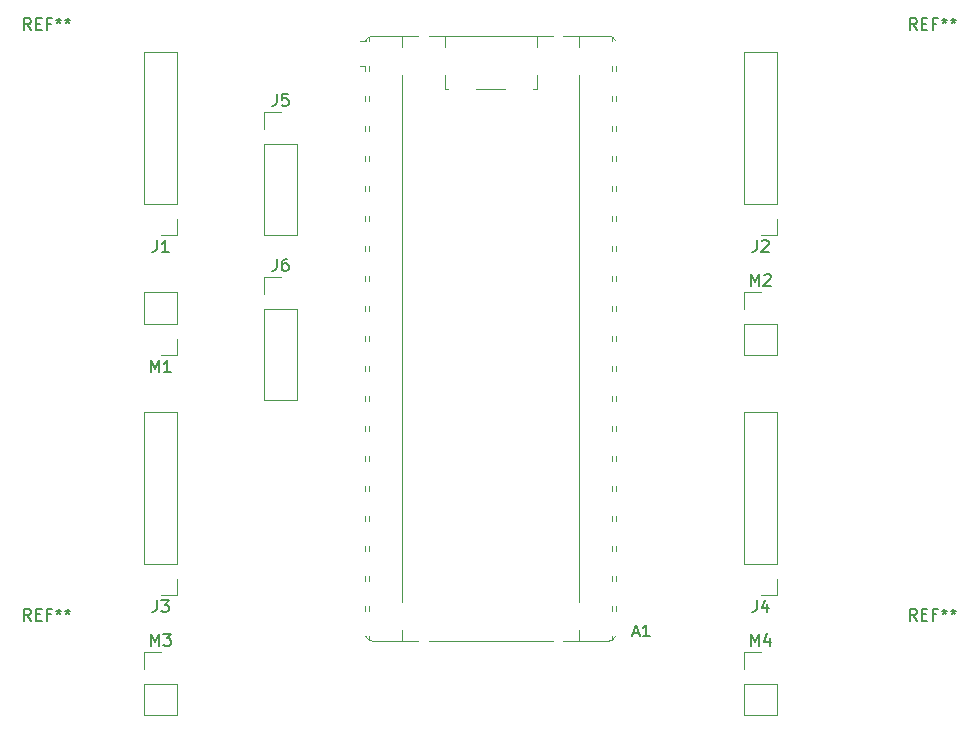
<source format=gbr>
%TF.GenerationSoftware,KiCad,Pcbnew,9.0.2*%
%TF.CreationDate,2025-07-04T09:03:12+10:00*%
%TF.ProjectId,motor-controller-pcb,6d6f746f-722d-4636-9f6e-74726f6c6c65,rev?*%
%TF.SameCoordinates,Original*%
%TF.FileFunction,Legend,Top*%
%TF.FilePolarity,Positive*%
%FSLAX46Y46*%
G04 Gerber Fmt 4.6, Leading zero omitted, Abs format (unit mm)*
G04 Created by KiCad (PCBNEW 9.0.2) date 2025-07-04 09:03:12*
%MOMM*%
%LPD*%
G01*
G04 APERTURE LIST*
%ADD10C,0.150000*%
%ADD11C,0.120000*%
G04 APERTURE END LIST*
D10*
X113666666Y-106304819D02*
X113333333Y-105828628D01*
X113095238Y-106304819D02*
X113095238Y-105304819D01*
X113095238Y-105304819D02*
X113476190Y-105304819D01*
X113476190Y-105304819D02*
X113571428Y-105352438D01*
X113571428Y-105352438D02*
X113619047Y-105400057D01*
X113619047Y-105400057D02*
X113666666Y-105495295D01*
X113666666Y-105495295D02*
X113666666Y-105638152D01*
X113666666Y-105638152D02*
X113619047Y-105733390D01*
X113619047Y-105733390D02*
X113571428Y-105781009D01*
X113571428Y-105781009D02*
X113476190Y-105828628D01*
X113476190Y-105828628D02*
X113095238Y-105828628D01*
X114095238Y-105781009D02*
X114428571Y-105781009D01*
X114571428Y-106304819D02*
X114095238Y-106304819D01*
X114095238Y-106304819D02*
X114095238Y-105304819D01*
X114095238Y-105304819D02*
X114571428Y-105304819D01*
X115333333Y-105781009D02*
X115000000Y-105781009D01*
X115000000Y-106304819D02*
X115000000Y-105304819D01*
X115000000Y-105304819D02*
X115476190Y-105304819D01*
X116000000Y-105304819D02*
X116000000Y-105542914D01*
X115761905Y-105447676D02*
X116000000Y-105542914D01*
X116000000Y-105542914D02*
X116238095Y-105447676D01*
X115857143Y-105733390D02*
X116000000Y-105542914D01*
X116000000Y-105542914D02*
X116142857Y-105733390D01*
X116761905Y-105304819D02*
X116761905Y-105542914D01*
X116523810Y-105447676D02*
X116761905Y-105542914D01*
X116761905Y-105542914D02*
X117000000Y-105447676D01*
X116619048Y-105733390D02*
X116761905Y-105542914D01*
X116761905Y-105542914D02*
X116904762Y-105733390D01*
X188666666Y-106304819D02*
X188333333Y-105828628D01*
X188095238Y-106304819D02*
X188095238Y-105304819D01*
X188095238Y-105304819D02*
X188476190Y-105304819D01*
X188476190Y-105304819D02*
X188571428Y-105352438D01*
X188571428Y-105352438D02*
X188619047Y-105400057D01*
X188619047Y-105400057D02*
X188666666Y-105495295D01*
X188666666Y-105495295D02*
X188666666Y-105638152D01*
X188666666Y-105638152D02*
X188619047Y-105733390D01*
X188619047Y-105733390D02*
X188571428Y-105781009D01*
X188571428Y-105781009D02*
X188476190Y-105828628D01*
X188476190Y-105828628D02*
X188095238Y-105828628D01*
X189095238Y-105781009D02*
X189428571Y-105781009D01*
X189571428Y-106304819D02*
X189095238Y-106304819D01*
X189095238Y-106304819D02*
X189095238Y-105304819D01*
X189095238Y-105304819D02*
X189571428Y-105304819D01*
X190333333Y-105781009D02*
X190000000Y-105781009D01*
X190000000Y-106304819D02*
X190000000Y-105304819D01*
X190000000Y-105304819D02*
X190476190Y-105304819D01*
X191000000Y-105304819D02*
X191000000Y-105542914D01*
X190761905Y-105447676D02*
X191000000Y-105542914D01*
X191000000Y-105542914D02*
X191238095Y-105447676D01*
X190857143Y-105733390D02*
X191000000Y-105542914D01*
X191000000Y-105542914D02*
X191142857Y-105733390D01*
X191761905Y-105304819D02*
X191761905Y-105542914D01*
X191523810Y-105447676D02*
X191761905Y-105542914D01*
X191761905Y-105542914D02*
X192000000Y-105447676D01*
X191619048Y-105733390D02*
X191761905Y-105542914D01*
X191761905Y-105542914D02*
X191904762Y-105733390D01*
X188666666Y-56304819D02*
X188333333Y-55828628D01*
X188095238Y-56304819D02*
X188095238Y-55304819D01*
X188095238Y-55304819D02*
X188476190Y-55304819D01*
X188476190Y-55304819D02*
X188571428Y-55352438D01*
X188571428Y-55352438D02*
X188619047Y-55400057D01*
X188619047Y-55400057D02*
X188666666Y-55495295D01*
X188666666Y-55495295D02*
X188666666Y-55638152D01*
X188666666Y-55638152D02*
X188619047Y-55733390D01*
X188619047Y-55733390D02*
X188571428Y-55781009D01*
X188571428Y-55781009D02*
X188476190Y-55828628D01*
X188476190Y-55828628D02*
X188095238Y-55828628D01*
X189095238Y-55781009D02*
X189428571Y-55781009D01*
X189571428Y-56304819D02*
X189095238Y-56304819D01*
X189095238Y-56304819D02*
X189095238Y-55304819D01*
X189095238Y-55304819D02*
X189571428Y-55304819D01*
X190333333Y-55781009D02*
X190000000Y-55781009D01*
X190000000Y-56304819D02*
X190000000Y-55304819D01*
X190000000Y-55304819D02*
X190476190Y-55304819D01*
X191000000Y-55304819D02*
X191000000Y-55542914D01*
X190761905Y-55447676D02*
X191000000Y-55542914D01*
X191000000Y-55542914D02*
X191238095Y-55447676D01*
X190857143Y-55733390D02*
X191000000Y-55542914D01*
X191000000Y-55542914D02*
X191142857Y-55733390D01*
X191761905Y-55304819D02*
X191761905Y-55542914D01*
X191523810Y-55447676D02*
X191761905Y-55542914D01*
X191761905Y-55542914D02*
X192000000Y-55447676D01*
X191619048Y-55733390D02*
X191761905Y-55542914D01*
X191761905Y-55542914D02*
X191904762Y-55733390D01*
X113666666Y-56304819D02*
X113333333Y-55828628D01*
X113095238Y-56304819D02*
X113095238Y-55304819D01*
X113095238Y-55304819D02*
X113476190Y-55304819D01*
X113476190Y-55304819D02*
X113571428Y-55352438D01*
X113571428Y-55352438D02*
X113619047Y-55400057D01*
X113619047Y-55400057D02*
X113666666Y-55495295D01*
X113666666Y-55495295D02*
X113666666Y-55638152D01*
X113666666Y-55638152D02*
X113619047Y-55733390D01*
X113619047Y-55733390D02*
X113571428Y-55781009D01*
X113571428Y-55781009D02*
X113476190Y-55828628D01*
X113476190Y-55828628D02*
X113095238Y-55828628D01*
X114095238Y-55781009D02*
X114428571Y-55781009D01*
X114571428Y-56304819D02*
X114095238Y-56304819D01*
X114095238Y-56304819D02*
X114095238Y-55304819D01*
X114095238Y-55304819D02*
X114571428Y-55304819D01*
X115333333Y-55781009D02*
X115000000Y-55781009D01*
X115000000Y-56304819D02*
X115000000Y-55304819D01*
X115000000Y-55304819D02*
X115476190Y-55304819D01*
X116000000Y-55304819D02*
X116000000Y-55542914D01*
X115761905Y-55447676D02*
X116000000Y-55542914D01*
X116000000Y-55542914D02*
X116238095Y-55447676D01*
X115857143Y-55733390D02*
X116000000Y-55542914D01*
X116000000Y-55542914D02*
X116142857Y-55733390D01*
X116761905Y-55304819D02*
X116761905Y-55542914D01*
X116523810Y-55447676D02*
X116761905Y-55542914D01*
X116761905Y-55542914D02*
X117000000Y-55447676D01*
X116619048Y-55733390D02*
X116761905Y-55542914D01*
X116761905Y-55542914D02*
X116904762Y-55733390D01*
X174635476Y-108434819D02*
X174635476Y-107434819D01*
X174635476Y-107434819D02*
X174968809Y-108149104D01*
X174968809Y-108149104D02*
X175302142Y-107434819D01*
X175302142Y-107434819D02*
X175302142Y-108434819D01*
X176206904Y-107768152D02*
X176206904Y-108434819D01*
X175968809Y-107387200D02*
X175730714Y-108101485D01*
X175730714Y-108101485D02*
X176349761Y-108101485D01*
X123835476Y-108434819D02*
X123835476Y-107434819D01*
X123835476Y-107434819D02*
X124168809Y-108149104D01*
X124168809Y-108149104D02*
X124502142Y-107434819D01*
X124502142Y-107434819D02*
X124502142Y-108434819D01*
X124883095Y-107434819D02*
X125502142Y-107434819D01*
X125502142Y-107434819D02*
X125168809Y-107815771D01*
X125168809Y-107815771D02*
X125311666Y-107815771D01*
X125311666Y-107815771D02*
X125406904Y-107863390D01*
X125406904Y-107863390D02*
X125454523Y-107911009D01*
X125454523Y-107911009D02*
X125502142Y-108006247D01*
X125502142Y-108006247D02*
X125502142Y-108244342D01*
X125502142Y-108244342D02*
X125454523Y-108339580D01*
X125454523Y-108339580D02*
X125406904Y-108387200D01*
X125406904Y-108387200D02*
X125311666Y-108434819D01*
X125311666Y-108434819D02*
X125025952Y-108434819D01*
X125025952Y-108434819D02*
X124930714Y-108387200D01*
X124930714Y-108387200D02*
X124883095Y-108339580D01*
X174635476Y-77954819D02*
X174635476Y-76954819D01*
X174635476Y-76954819D02*
X174968809Y-77669104D01*
X174968809Y-77669104D02*
X175302142Y-76954819D01*
X175302142Y-76954819D02*
X175302142Y-77954819D01*
X175730714Y-77050057D02*
X175778333Y-77002438D01*
X175778333Y-77002438D02*
X175873571Y-76954819D01*
X175873571Y-76954819D02*
X176111666Y-76954819D01*
X176111666Y-76954819D02*
X176206904Y-77002438D01*
X176206904Y-77002438D02*
X176254523Y-77050057D01*
X176254523Y-77050057D02*
X176302142Y-77145295D01*
X176302142Y-77145295D02*
X176302142Y-77240533D01*
X176302142Y-77240533D02*
X176254523Y-77383390D01*
X176254523Y-77383390D02*
X175683095Y-77954819D01*
X175683095Y-77954819D02*
X176302142Y-77954819D01*
X123835476Y-85254819D02*
X123835476Y-84254819D01*
X123835476Y-84254819D02*
X124168809Y-84969104D01*
X124168809Y-84969104D02*
X124502142Y-84254819D01*
X124502142Y-84254819D02*
X124502142Y-85254819D01*
X125502142Y-85254819D02*
X124930714Y-85254819D01*
X125216428Y-85254819D02*
X125216428Y-84254819D01*
X125216428Y-84254819D02*
X125121190Y-84397676D01*
X125121190Y-84397676D02*
X125025952Y-84492914D01*
X125025952Y-84492914D02*
X124930714Y-84540533D01*
X134471666Y-75684819D02*
X134471666Y-76399104D01*
X134471666Y-76399104D02*
X134424047Y-76541961D01*
X134424047Y-76541961D02*
X134328809Y-76637200D01*
X134328809Y-76637200D02*
X134185952Y-76684819D01*
X134185952Y-76684819D02*
X134090714Y-76684819D01*
X135376428Y-75684819D02*
X135185952Y-75684819D01*
X135185952Y-75684819D02*
X135090714Y-75732438D01*
X135090714Y-75732438D02*
X135043095Y-75780057D01*
X135043095Y-75780057D02*
X134947857Y-75922914D01*
X134947857Y-75922914D02*
X134900238Y-76113390D01*
X134900238Y-76113390D02*
X134900238Y-76494342D01*
X134900238Y-76494342D02*
X134947857Y-76589580D01*
X134947857Y-76589580D02*
X134995476Y-76637200D01*
X134995476Y-76637200D02*
X135090714Y-76684819D01*
X135090714Y-76684819D02*
X135281190Y-76684819D01*
X135281190Y-76684819D02*
X135376428Y-76637200D01*
X135376428Y-76637200D02*
X135424047Y-76589580D01*
X135424047Y-76589580D02*
X135471666Y-76494342D01*
X135471666Y-76494342D02*
X135471666Y-76256247D01*
X135471666Y-76256247D02*
X135424047Y-76161009D01*
X135424047Y-76161009D02*
X135376428Y-76113390D01*
X135376428Y-76113390D02*
X135281190Y-76065771D01*
X135281190Y-76065771D02*
X135090714Y-76065771D01*
X135090714Y-76065771D02*
X134995476Y-76113390D01*
X134995476Y-76113390D02*
X134947857Y-76161009D01*
X134947857Y-76161009D02*
X134900238Y-76256247D01*
X134471666Y-61714819D02*
X134471666Y-62429104D01*
X134471666Y-62429104D02*
X134424047Y-62571961D01*
X134424047Y-62571961D02*
X134328809Y-62667200D01*
X134328809Y-62667200D02*
X134185952Y-62714819D01*
X134185952Y-62714819D02*
X134090714Y-62714819D01*
X135424047Y-61714819D02*
X134947857Y-61714819D01*
X134947857Y-61714819D02*
X134900238Y-62191009D01*
X134900238Y-62191009D02*
X134947857Y-62143390D01*
X134947857Y-62143390D02*
X135043095Y-62095771D01*
X135043095Y-62095771D02*
X135281190Y-62095771D01*
X135281190Y-62095771D02*
X135376428Y-62143390D01*
X135376428Y-62143390D02*
X135424047Y-62191009D01*
X135424047Y-62191009D02*
X135471666Y-62286247D01*
X135471666Y-62286247D02*
X135471666Y-62524342D01*
X135471666Y-62524342D02*
X135424047Y-62619580D01*
X135424047Y-62619580D02*
X135376428Y-62667200D01*
X135376428Y-62667200D02*
X135281190Y-62714819D01*
X135281190Y-62714819D02*
X135043095Y-62714819D01*
X135043095Y-62714819D02*
X134947857Y-62667200D01*
X134947857Y-62667200D02*
X134900238Y-62619580D01*
X175111666Y-104574819D02*
X175111666Y-105289104D01*
X175111666Y-105289104D02*
X175064047Y-105431961D01*
X175064047Y-105431961D02*
X174968809Y-105527200D01*
X174968809Y-105527200D02*
X174825952Y-105574819D01*
X174825952Y-105574819D02*
X174730714Y-105574819D01*
X176016428Y-104908152D02*
X176016428Y-105574819D01*
X175778333Y-104527200D02*
X175540238Y-105241485D01*
X175540238Y-105241485D02*
X176159285Y-105241485D01*
X124311666Y-104574819D02*
X124311666Y-105289104D01*
X124311666Y-105289104D02*
X124264047Y-105431961D01*
X124264047Y-105431961D02*
X124168809Y-105527200D01*
X124168809Y-105527200D02*
X124025952Y-105574819D01*
X124025952Y-105574819D02*
X123930714Y-105574819D01*
X124692619Y-104574819D02*
X125311666Y-104574819D01*
X125311666Y-104574819D02*
X124978333Y-104955771D01*
X124978333Y-104955771D02*
X125121190Y-104955771D01*
X125121190Y-104955771D02*
X125216428Y-105003390D01*
X125216428Y-105003390D02*
X125264047Y-105051009D01*
X125264047Y-105051009D02*
X125311666Y-105146247D01*
X125311666Y-105146247D02*
X125311666Y-105384342D01*
X125311666Y-105384342D02*
X125264047Y-105479580D01*
X125264047Y-105479580D02*
X125216428Y-105527200D01*
X125216428Y-105527200D02*
X125121190Y-105574819D01*
X125121190Y-105574819D02*
X124835476Y-105574819D01*
X124835476Y-105574819D02*
X124740238Y-105527200D01*
X124740238Y-105527200D02*
X124692619Y-105479580D01*
X175111666Y-74094819D02*
X175111666Y-74809104D01*
X175111666Y-74809104D02*
X175064047Y-74951961D01*
X175064047Y-74951961D02*
X174968809Y-75047200D01*
X174968809Y-75047200D02*
X174825952Y-75094819D01*
X174825952Y-75094819D02*
X174730714Y-75094819D01*
X175540238Y-74190057D02*
X175587857Y-74142438D01*
X175587857Y-74142438D02*
X175683095Y-74094819D01*
X175683095Y-74094819D02*
X175921190Y-74094819D01*
X175921190Y-74094819D02*
X176016428Y-74142438D01*
X176016428Y-74142438D02*
X176064047Y-74190057D01*
X176064047Y-74190057D02*
X176111666Y-74285295D01*
X176111666Y-74285295D02*
X176111666Y-74380533D01*
X176111666Y-74380533D02*
X176064047Y-74523390D01*
X176064047Y-74523390D02*
X175492619Y-75094819D01*
X175492619Y-75094819D02*
X176111666Y-75094819D01*
X124311666Y-74094819D02*
X124311666Y-74809104D01*
X124311666Y-74809104D02*
X124264047Y-74951961D01*
X124264047Y-74951961D02*
X124168809Y-75047200D01*
X124168809Y-75047200D02*
X124025952Y-75094819D01*
X124025952Y-75094819D02*
X123930714Y-75094819D01*
X125311666Y-75094819D02*
X124740238Y-75094819D01*
X125025952Y-75094819D02*
X125025952Y-74094819D01*
X125025952Y-74094819D02*
X124930714Y-74237676D01*
X124930714Y-74237676D02*
X124835476Y-74332914D01*
X124835476Y-74332914D02*
X124740238Y-74380533D01*
X164621660Y-107354104D02*
X165097850Y-107354104D01*
X164526422Y-107639819D02*
X164859755Y-106639819D01*
X164859755Y-106639819D02*
X165193088Y-107639819D01*
X166050231Y-107639819D02*
X165478803Y-107639819D01*
X165764517Y-107639819D02*
X165764517Y-106639819D01*
X165764517Y-106639819D02*
X165669279Y-106782676D01*
X165669279Y-106782676D02*
X165574041Y-106877914D01*
X165574041Y-106877914D02*
X165478803Y-106925533D01*
D11*
%TO.C,M4*%
X176825000Y-111630000D02*
X176825000Y-114280000D01*
X174065000Y-114280000D02*
X176825000Y-114280000D01*
X174065000Y-111630000D02*
X176825000Y-111630000D01*
X174065000Y-111630000D02*
X174065000Y-114280000D01*
X174065000Y-110360000D02*
X174065000Y-108980000D01*
X174065000Y-108980000D02*
X175445000Y-108980000D01*
%TO.C,M3*%
X123265000Y-108980000D02*
X124645000Y-108980000D01*
X123265000Y-110360000D02*
X123265000Y-108980000D01*
X123265000Y-111630000D02*
X123265000Y-114280000D01*
X123265000Y-111630000D02*
X126025000Y-111630000D01*
X123265000Y-114280000D02*
X126025000Y-114280000D01*
X126025000Y-111630000D02*
X126025000Y-114280000D01*
%TO.C,M2*%
X174065000Y-78500000D02*
X175445000Y-78500000D01*
X174065000Y-79880000D02*
X174065000Y-78500000D01*
X174065000Y-81150000D02*
X174065000Y-83800000D01*
X174065000Y-81150000D02*
X176825000Y-81150000D01*
X174065000Y-83800000D02*
X176825000Y-83800000D01*
X176825000Y-81150000D02*
X176825000Y-83800000D01*
%TO.C,M1*%
X123265000Y-81150000D02*
X123265000Y-78500000D01*
X126025000Y-78500000D02*
X123265000Y-78500000D01*
X126025000Y-81150000D02*
X123265000Y-81150000D01*
X126025000Y-81150000D02*
X126025000Y-78500000D01*
X126025000Y-82420000D02*
X126025000Y-83800000D01*
X126025000Y-83800000D02*
X124645000Y-83800000D01*
%TO.C,J6*%
X133425000Y-77230000D02*
X134805000Y-77230000D01*
X133425000Y-78610000D02*
X133425000Y-77230000D01*
X133425000Y-79880000D02*
X133425000Y-87610000D01*
X133425000Y-79880000D02*
X136185000Y-79880000D01*
X133425000Y-87610000D02*
X136185000Y-87610000D01*
X136185000Y-79880000D02*
X136185000Y-87610000D01*
%TO.C,J5*%
X133425000Y-63260000D02*
X134805000Y-63260000D01*
X133425000Y-64640000D02*
X133425000Y-63260000D01*
X133425000Y-65910000D02*
X133425000Y-73640000D01*
X133425000Y-65910000D02*
X136185000Y-65910000D01*
X133425000Y-73640000D02*
X136185000Y-73640000D01*
X136185000Y-65910000D02*
X136185000Y-73640000D01*
%TO.C,J4*%
X176825000Y-104120000D02*
X175445000Y-104120000D01*
X176825000Y-102740000D02*
X176825000Y-104120000D01*
X176825000Y-101470000D02*
X176825000Y-88660000D01*
X176825000Y-101470000D02*
X174065000Y-101470000D01*
X176825000Y-88660000D02*
X174065000Y-88660000D01*
X174065000Y-101470000D02*
X174065000Y-88660000D01*
%TO.C,J3*%
X126025000Y-104120000D02*
X124645000Y-104120000D01*
X126025000Y-102740000D02*
X126025000Y-104120000D01*
X126025000Y-101470000D02*
X126025000Y-88660000D01*
X126025000Y-101470000D02*
X123265000Y-101470000D01*
X126025000Y-88660000D02*
X123265000Y-88660000D01*
X123265000Y-101470000D02*
X123265000Y-88660000D01*
%TO.C,J2*%
X176825000Y-73640000D02*
X175445000Y-73640000D01*
X176825000Y-72260000D02*
X176825000Y-73640000D01*
X176825000Y-70990000D02*
X176825000Y-58180000D01*
X176825000Y-70990000D02*
X174065000Y-70990000D01*
X176825000Y-58180000D02*
X174065000Y-58180000D01*
X174065000Y-70990000D02*
X174065000Y-58180000D01*
%TO.C,J1*%
X126025000Y-73640000D02*
X124645000Y-73640000D01*
X126025000Y-72260000D02*
X126025000Y-73640000D01*
X126025000Y-70990000D02*
X126025000Y-58180000D01*
X126025000Y-70990000D02*
X123265000Y-70990000D01*
X126025000Y-58180000D02*
X123265000Y-58180000D01*
X123265000Y-70990000D02*
X123265000Y-58180000D01*
%TO.C,A1*%
X141975000Y-59350000D02*
X141495000Y-59350000D01*
X141975000Y-59350000D02*
X141975000Y-59770000D01*
X141975000Y-61890000D02*
X141975000Y-62310000D01*
X141975000Y-64430000D02*
X141975000Y-64850000D01*
X141975000Y-66970000D02*
X141975000Y-67390000D01*
X141975000Y-69510000D02*
X141975000Y-69930000D01*
X141975000Y-72050000D02*
X141975000Y-72470000D01*
X141975000Y-74590000D02*
X141975000Y-75010000D01*
X141975000Y-77130000D02*
X141975000Y-77550000D01*
X141975000Y-79670000D02*
X141975000Y-80090000D01*
X141975000Y-82210000D02*
X141975000Y-82630000D01*
X141975000Y-84750000D02*
X141975000Y-85170000D01*
X141975000Y-87290000D02*
X141975000Y-87710000D01*
X141975000Y-89830000D02*
X141975000Y-90250000D01*
X141975000Y-92370000D02*
X141975000Y-92790000D01*
X141975000Y-94910000D02*
X141975000Y-95330000D01*
X141975000Y-97450000D02*
X141975000Y-97870000D01*
X141975000Y-99990000D02*
X141975000Y-100410000D01*
X141975000Y-102530000D02*
X141975000Y-102950000D01*
X141975000Y-105070000D02*
X141975000Y-105490000D01*
X142005324Y-57230000D02*
X141495000Y-57230000D01*
X142315000Y-57230063D02*
X142315000Y-56873000D01*
X142315000Y-59350000D02*
X142315000Y-59770000D01*
X142315000Y-61890000D02*
X142315000Y-62310000D01*
X142315000Y-64430000D02*
X142315000Y-64850000D01*
X142315000Y-66970000D02*
X142315000Y-67390000D01*
X142315000Y-69510000D02*
X142315000Y-69930000D01*
X142315000Y-72050000D02*
X142315000Y-72470000D01*
X142315000Y-74590000D02*
X142315000Y-75010000D01*
X142315000Y-77130000D02*
X142315000Y-77550000D01*
X142315000Y-79670000D02*
X142315000Y-80090000D01*
X142315000Y-82210000D02*
X142315000Y-82630000D01*
X142315000Y-84750000D02*
X142315000Y-85170000D01*
X142315000Y-87290000D02*
X142315000Y-87710000D01*
X142315000Y-89830000D02*
X142315000Y-90250000D01*
X142315000Y-92370000D02*
X142315000Y-92790000D01*
X142315000Y-94910000D02*
X142315000Y-95330000D01*
X142315000Y-97450000D02*
X142315000Y-97870000D01*
X142315000Y-99990000D02*
X142315000Y-100410000D01*
X142315000Y-102530000D02*
X142315000Y-102950000D01*
X142315000Y-105070000D02*
X142315000Y-105490000D01*
X142315000Y-107609937D02*
X142315000Y-107967000D01*
X142585000Y-56810000D02*
X145075000Y-56810000D01*
X142585000Y-108030000D02*
X146422939Y-108030000D01*
X145075000Y-56810000D02*
X145075000Y-57723520D01*
X145075000Y-56810000D02*
X146422940Y-56810000D01*
X145075000Y-60116480D02*
X145075000Y-104723520D01*
X145075000Y-107116480D02*
X145075000Y-108030000D01*
X147347061Y-56810000D02*
X148350000Y-56810000D01*
X148350000Y-56810000D02*
X156820000Y-56810000D01*
X148685000Y-56810000D02*
X148685000Y-57726000D01*
X148685000Y-60114000D02*
X148685000Y-61330000D01*
X148685000Y-61330000D02*
X148981090Y-61330000D01*
X148985000Y-108030000D02*
X147347061Y-108030000D01*
X151338910Y-61330000D02*
X153831090Y-61330000D01*
X156185000Y-108030000D02*
X148985000Y-108030000D01*
X156188910Y-61330000D02*
X156485000Y-61330000D01*
X156485000Y-56810000D02*
X156485000Y-57726000D01*
X156485000Y-60114000D02*
X156485000Y-61330000D01*
X156820000Y-56810000D02*
X157822939Y-56810000D01*
X157822939Y-108030000D02*
X156185000Y-108030000D01*
X158747061Y-56810000D02*
X160095000Y-56810000D01*
X158747061Y-108030000D02*
X162585000Y-108030000D01*
X160095000Y-56810000D02*
X160095000Y-57723520D01*
X160095000Y-60116480D02*
X160095000Y-104723520D01*
X160095000Y-107116480D02*
X160095000Y-108030000D01*
X162585000Y-56810000D02*
X160095000Y-56810000D01*
X162855000Y-57230063D02*
X162855000Y-56873000D01*
X162855000Y-59350000D02*
X162855000Y-59770000D01*
X162855000Y-61890000D02*
X162855000Y-62310000D01*
X162855000Y-64430000D02*
X162855000Y-64850000D01*
X162855000Y-66970000D02*
X162855000Y-67390000D01*
X162855000Y-69510000D02*
X162855000Y-69930000D01*
X162855000Y-72050000D02*
X162855000Y-72470000D01*
X162855000Y-74590000D02*
X162855000Y-75010000D01*
X162855000Y-77130000D02*
X162855000Y-77550000D01*
X162855000Y-79670000D02*
X162855000Y-80090000D01*
X162855000Y-82210000D02*
X162855000Y-82630000D01*
X162855000Y-84750000D02*
X162855000Y-85170000D01*
X162855000Y-87290000D02*
X162855000Y-87710000D01*
X162855000Y-89830000D02*
X162855000Y-90250000D01*
X162855000Y-92370000D02*
X162855000Y-92790000D01*
X162855000Y-94910000D02*
X162855000Y-95330000D01*
X162855000Y-97450000D02*
X162855000Y-97870000D01*
X162855000Y-99990000D02*
X162855000Y-100410000D01*
X162855000Y-102530000D02*
X162855000Y-102950000D01*
X162855000Y-105070000D02*
X162855000Y-105490000D01*
X162855000Y-107609937D02*
X162855000Y-107967000D01*
X163195000Y-59350000D02*
X163195000Y-59770000D01*
X163195000Y-61890000D02*
X163195000Y-62310000D01*
X163195000Y-64430000D02*
X163195000Y-64850000D01*
X163195000Y-66970000D02*
X163195000Y-67390000D01*
X163195000Y-69510000D02*
X163195000Y-69930000D01*
X163195000Y-72050000D02*
X163195000Y-72470000D01*
X163195000Y-74590000D02*
X163195000Y-75010000D01*
X163195000Y-77130000D02*
X163195000Y-77550000D01*
X163195000Y-79670000D02*
X163195000Y-80090000D01*
X163195000Y-82210000D02*
X163195000Y-82630000D01*
X163195000Y-84750000D02*
X163195000Y-85170000D01*
X163195000Y-87290000D02*
X163195000Y-87710000D01*
X163195000Y-89830000D02*
X163195000Y-90250000D01*
X163195000Y-92370000D02*
X163195000Y-92790000D01*
X163195000Y-94910000D02*
X163195000Y-95330000D01*
X163195000Y-97450000D02*
X163195000Y-97870000D01*
X163195000Y-99990000D02*
X163195000Y-100410000D01*
X163195000Y-102530000D02*
X163195000Y-102950000D01*
X163195000Y-105070000D02*
X163195000Y-105490000D01*
X142005324Y-57230000D02*
G75*
G02*
X142585000Y-56810000I579692J-190051D01*
G01*
X142585000Y-108030000D02*
G75*
G02*
X142005324Y-107609937I1J610002D01*
G01*
X162585000Y-56810000D02*
G75*
G02*
X163164676Y-57230063I0J-610000D01*
G01*
X163164676Y-107609937D02*
G75*
G02*
X162585000Y-108030069I-579676J189837D01*
G01*
%TD*%
M02*

</source>
